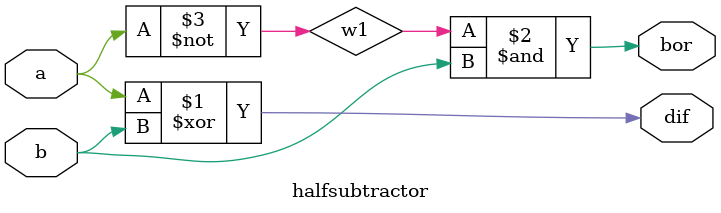
<source format=v>
`timescale 1ns / 1ps


module halfsubtractor(input a,b,output dif,bor);
wire w1;
xor g1(dif,a,b);
not g2(w1,a);
and g3(bor,w1,b);
endmodule

</source>
